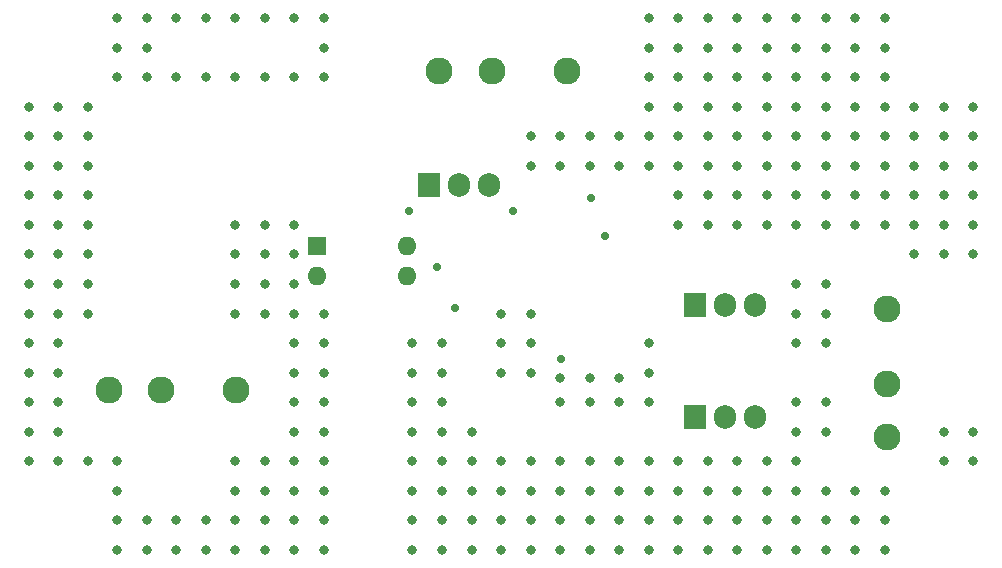
<source format=gbr>
%TF.GenerationSoftware,KiCad,Pcbnew,9.0.0*%
%TF.CreationDate,2025-04-18T20:07:31-05:00*%
%TF.ProjectId,RML,524d4c2e-6b69-4636-9164-5f7063625858,rev?*%
%TF.SameCoordinates,PX3473bc0PY2160ec0*%
%TF.FileFunction,Copper,L3,Inr*%
%TF.FilePolarity,Positive*%
%FSLAX46Y46*%
G04 Gerber Fmt 4.6, Leading zero omitted, Abs format (unit mm)*
G04 Created by KiCad (PCBNEW 9.0.0) date 2025-04-18 20:07:31*
%MOMM*%
%LPD*%
G01*
G04 APERTURE LIST*
%TA.AperFunction,ComponentPad*%
%ADD10R,1.905000X2.000000*%
%TD*%
%TA.AperFunction,ComponentPad*%
%ADD11O,1.905000X2.000000*%
%TD*%
%TA.AperFunction,ComponentPad*%
%ADD12R,1.600000X1.600000*%
%TD*%
%TA.AperFunction,ComponentPad*%
%ADD13O,1.600000X1.600000*%
%TD*%
%TA.AperFunction,ComponentPad*%
%ADD14C,2.286000*%
%TD*%
%TA.AperFunction,ViaPad*%
%ADD15C,0.800000*%
%TD*%
%TA.AperFunction,ViaPad*%
%ADD16C,0.700000*%
%TD*%
G04 APERTURE END LIST*
D10*
%TO.N,/DRIVE*%
%TO.C,Q102*%
X58960000Y-26745000D03*
D11*
%TO.N,Net-(Q102-D)*%
X61500000Y-26745000D03*
%TO.N,GND*%
X64040000Y-26745000D03*
%TD*%
D12*
%TO.N,12.5 mA*%
%TO.C,U103*%
X26878000Y-21795000D03*
D13*
%TO.N,GNDPWR*%
X26878000Y-24335000D03*
%TO.N,GND*%
X34498000Y-24335000D03*
%TO.N,Net-(R109-Pad2)*%
X34498000Y-21795000D03*
%TD*%
D14*
%TO.N,352.8V*%
%TO.C,U101*%
X13714000Y-34000000D03*
%TO.N,GNDPWR*%
X20064000Y-34000000D03*
%TO.N,N/C*%
X9269000Y-34000000D03*
%TD*%
%TO.N,+12V*%
%TO.C,U106*%
X41714000Y-7000000D03*
%TO.N,GND*%
X48064000Y-7000000D03*
%TO.N,N/C*%
X37269000Y-7000000D03*
%TD*%
D10*
%TO.N,+12V*%
%TO.C,U107*%
X36420000Y-16611000D03*
D11*
%TO.N,GND*%
X38960000Y-16611000D03*
%TO.N,+5V*%
X41500000Y-16611000D03*
%TD*%
D10*
%TO.N,/DRIVE*%
%TO.C,Q101*%
X58920000Y-36300000D03*
D11*
%TO.N,Net-(Q101-D)*%
X61460000Y-36300000D03*
%TO.N,GND*%
X64000000Y-36300000D03*
%TD*%
D14*
%TO.N,Net-(Q101-D)*%
%TO.C,U105*%
X75200000Y-33486000D03*
%TO.N,Net-(Q102-D)*%
X75200000Y-27136000D03*
%TO.N,N/C*%
X75200000Y-37931000D03*
%TD*%
D15*
%TO.N,GND*%
X57500000Y-17500000D03*
X57500000Y-20000000D03*
X37500000Y-40000000D03*
X77500000Y-12500000D03*
X57500000Y-42500000D03*
X57500000Y-12500000D03*
X52500000Y-40000000D03*
X67500000Y-45000000D03*
X70000000Y-10000000D03*
X67500000Y-42500000D03*
X45000000Y-32500000D03*
X57500000Y-45000000D03*
X52500000Y-33000000D03*
X67500000Y-30000000D03*
X55000000Y-45000000D03*
X60000000Y-20000000D03*
X55000000Y-12500000D03*
X70000000Y-30000000D03*
X57500000Y-40000000D03*
X67500000Y-5000000D03*
X55000000Y-40000000D03*
X70000000Y-37500000D03*
X62500000Y-47500000D03*
X67500000Y-10000000D03*
X52500000Y-45000000D03*
X75000000Y-45000000D03*
X45000000Y-15000000D03*
X70000000Y-42500000D03*
X37500000Y-42500000D03*
X72500000Y-20000000D03*
X40000000Y-40000000D03*
X70000000Y-20000000D03*
X82500000Y-22500000D03*
X72500000Y-7500000D03*
X75000000Y-12500000D03*
X42500000Y-32500000D03*
X55000000Y-15000000D03*
X55000000Y-42500000D03*
X82500000Y-37500000D03*
X70000000Y-45000000D03*
D16*
X37100000Y-23600000D03*
D15*
X60000000Y-10000000D03*
X60000000Y-15000000D03*
X70000000Y-12500000D03*
X70000000Y-25000000D03*
X35000000Y-32500000D03*
X70000000Y-5000000D03*
X55000000Y-30000000D03*
X40000000Y-45000000D03*
X65000000Y-45000000D03*
X47500000Y-45000000D03*
X75000000Y-10000000D03*
X80000000Y-22500000D03*
X57500000Y-7500000D03*
X35000000Y-45000000D03*
X75000000Y-2500000D03*
X42500000Y-42500000D03*
X55000000Y-47500000D03*
X70000000Y-35000000D03*
X65000000Y-20000000D03*
X67500000Y-47500000D03*
X67500000Y-7500000D03*
X67500000Y-2500000D03*
X45000000Y-42500000D03*
X42500000Y-27500000D03*
X55000000Y-5000000D03*
X62500000Y-10000000D03*
X57500000Y-15000000D03*
X72500000Y-15000000D03*
X65000000Y-40000000D03*
X72500000Y-2500000D03*
X67500000Y-20000000D03*
X47500000Y-15000000D03*
X50000000Y-45000000D03*
X35000000Y-42500000D03*
X47500000Y-33000000D03*
X37500000Y-37500000D03*
X47500000Y-40000000D03*
X82500000Y-15000000D03*
X37500000Y-47500000D03*
X45000000Y-27500000D03*
X55000000Y-10000000D03*
X67500000Y-17500000D03*
X47500000Y-12500000D03*
X60000000Y-5000000D03*
X82500000Y-12500000D03*
X60000000Y-40000000D03*
X55000000Y-32500000D03*
X57500000Y-5000000D03*
X65000000Y-7500000D03*
X47500000Y-35000000D03*
X47500000Y-42500000D03*
X77500000Y-15000000D03*
X82500000Y-40000000D03*
X65000000Y-5000000D03*
X77500000Y-20000000D03*
X67500000Y-25000000D03*
X50000000Y-47500000D03*
X80000000Y-10000000D03*
X62500000Y-7500000D03*
X70000000Y-27500000D03*
X72500000Y-45000000D03*
X75000000Y-15000000D03*
X70000000Y-2500000D03*
X67500000Y-40000000D03*
X50000000Y-40000000D03*
X72500000Y-17500000D03*
X37500000Y-30000000D03*
X80000000Y-12500000D03*
X37500000Y-35000000D03*
X42500000Y-40000000D03*
X47500000Y-47500000D03*
X67500000Y-27500000D03*
X62500000Y-20000000D03*
X40000000Y-47500000D03*
X75000000Y-47500000D03*
X57500000Y-2500000D03*
X60000000Y-42500000D03*
D16*
X50076000Y-17740860D03*
D15*
X60000000Y-12500000D03*
X65000000Y-12500000D03*
X35000000Y-35000000D03*
X62500000Y-2500000D03*
X42500000Y-45000000D03*
X72500000Y-47500000D03*
X45000000Y-30000000D03*
X40000000Y-37500000D03*
X50000000Y-42500000D03*
X35000000Y-30000000D03*
X77500000Y-17500000D03*
D16*
X47576000Y-31340860D03*
D15*
X75000000Y-17500000D03*
X62500000Y-12500000D03*
X75000000Y-20000000D03*
X60000000Y-47500000D03*
X57500000Y-10000000D03*
D16*
X51300000Y-20900000D03*
D15*
X45000000Y-12500000D03*
X52500000Y-35000000D03*
X67500000Y-15000000D03*
X82500000Y-10000000D03*
X50000000Y-15000000D03*
D16*
X43500000Y-18800000D03*
D15*
X42500000Y-47500000D03*
X80000000Y-15000000D03*
X50000000Y-12500000D03*
X62500000Y-42500000D03*
X52500000Y-15000000D03*
X55000000Y-35000000D03*
X80000000Y-17500000D03*
X70000000Y-15000000D03*
X45000000Y-45000000D03*
X80000000Y-37500000D03*
X62500000Y-40000000D03*
X62500000Y-17500000D03*
X67500000Y-35000000D03*
X60000000Y-2500000D03*
X57500000Y-47500000D03*
X72500000Y-12500000D03*
X82500000Y-20000000D03*
X65000000Y-2500000D03*
X42500000Y-30000000D03*
D16*
X34700000Y-18800000D03*
D15*
X67500000Y-12500000D03*
X52500000Y-42500000D03*
X65000000Y-17500000D03*
X62500000Y-5000000D03*
X50000000Y-35000000D03*
X55000000Y-2500000D03*
X60000000Y-17500000D03*
X55000000Y-7500000D03*
X65000000Y-42500000D03*
X80000000Y-40000000D03*
X62500000Y-15000000D03*
X70000000Y-47500000D03*
X75000000Y-7500000D03*
X35000000Y-40000000D03*
X50000000Y-33000000D03*
X52500000Y-12500000D03*
X67500000Y-37500000D03*
X45000000Y-47500000D03*
X52500000Y-47500000D03*
X37500000Y-45000000D03*
X75000000Y-42500000D03*
X35000000Y-47500000D03*
X40000000Y-42500000D03*
X80000000Y-20000000D03*
D16*
X38600000Y-27000000D03*
D15*
X65000000Y-15000000D03*
X82500000Y-17500000D03*
X65000000Y-47500000D03*
X37500000Y-32500000D03*
X77500000Y-10000000D03*
X72500000Y-10000000D03*
X60000000Y-45000000D03*
X72500000Y-5000000D03*
X60000000Y-7500000D03*
X75000000Y-5000000D03*
X72500000Y-42500000D03*
X35000000Y-37500000D03*
X70000000Y-17500000D03*
X45000000Y-40000000D03*
X62500000Y-45000000D03*
X70000000Y-7500000D03*
X65000000Y-10000000D03*
X77500000Y-22500000D03*
%TO.N,GNDPWR*%
X2500000Y-10000000D03*
X2500000Y-40000000D03*
X25000000Y-20000000D03*
X7500000Y-17500000D03*
X25000000Y-30000000D03*
X20000000Y-25000000D03*
X27500000Y-7500000D03*
X2500000Y-12500000D03*
X22500000Y-22500000D03*
X5000000Y-40000000D03*
X2500000Y-27500000D03*
X25000000Y-47500000D03*
X10000000Y-47500000D03*
X25000000Y-32500000D03*
X7500000Y-25000000D03*
X22506701Y-7503820D03*
X12500000Y-2500000D03*
X5000000Y-27500000D03*
X2500000Y-30000000D03*
X27500000Y-45000000D03*
X20000000Y-27500000D03*
X5000000Y-12500000D03*
X2500000Y-37500000D03*
X10000000Y-42500000D03*
X25000000Y-35000000D03*
X27500000Y-42500000D03*
X5000000Y-25000000D03*
X12500000Y-45000000D03*
X20000000Y-20000000D03*
X2500000Y-22500000D03*
X7500000Y-22500000D03*
X25000000Y-45000000D03*
X5000000Y-35000000D03*
X20006701Y-7503820D03*
X15000000Y-47500000D03*
X12500000Y-5000000D03*
X7500000Y-27500000D03*
X20000000Y-22500000D03*
X27500000Y-2500000D03*
X25000000Y-40000000D03*
X24993299Y-2496180D03*
X25000000Y-25000000D03*
X17500000Y-2500000D03*
X17500000Y-7500000D03*
X17500000Y-45000000D03*
X22500000Y-25000000D03*
X5000000Y-32500000D03*
X20000000Y-42500000D03*
X5000000Y-22500000D03*
X22500000Y-47500000D03*
X20000000Y-47500000D03*
X2500000Y-17500000D03*
X7500000Y-20000000D03*
X25000000Y-22500000D03*
X12500000Y-7500000D03*
X27500000Y-32500000D03*
X7500000Y-12500000D03*
X27500000Y-5000000D03*
X5000000Y-10000000D03*
X15000000Y-7500000D03*
X7500000Y-15000000D03*
X20000000Y-40000000D03*
X7500000Y-10000000D03*
X10000000Y-7500000D03*
X10000000Y-5000000D03*
X5000000Y-20000000D03*
X27500000Y-47500000D03*
X22500000Y-27500000D03*
X25000000Y-42500000D03*
X2500000Y-32500000D03*
X27500000Y-37500000D03*
X10000000Y-2500000D03*
X25000000Y-7500000D03*
X22500000Y-2500000D03*
X5000000Y-30000000D03*
X2500000Y-35000000D03*
X20000000Y-45000000D03*
X10000000Y-45000000D03*
X27500000Y-40000000D03*
X5000000Y-17500000D03*
X5000000Y-15000000D03*
X27500000Y-30000000D03*
X2500000Y-20000000D03*
X12500000Y-47500000D03*
X2500000Y-25000000D03*
X15000000Y-45000000D03*
X17500000Y-47500000D03*
X22500000Y-45000000D03*
X25000000Y-37500000D03*
X5000000Y-37500000D03*
X22500000Y-40000000D03*
X22500000Y-42500000D03*
X25000000Y-27500000D03*
X2500000Y-15000000D03*
X27500000Y-35000000D03*
X15000000Y-2500000D03*
X7500000Y-40000000D03*
X20000000Y-2500000D03*
X22500000Y-20000000D03*
X27500000Y-27500000D03*
X10000000Y-40000000D03*
%TD*%
M02*

</source>
